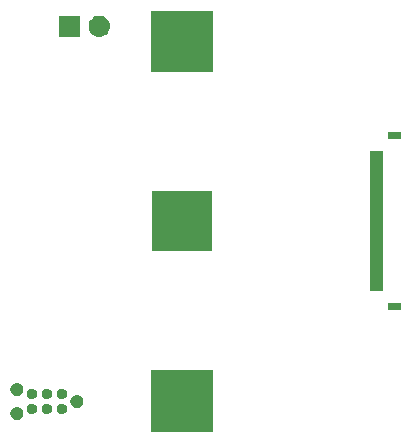
<source format=gbr>
G04 #@! TF.GenerationSoftware,KiCad,Pcbnew,(5.1.4)*
G04 #@! TF.CreationDate,2019-12-13T22:41:35+01:00*
G04 #@! TF.ProjectId,hardware,68617264-7761-4726-952e-6b696361645f,rev?*
G04 #@! TF.SameCoordinates,Original*
G04 #@! TF.FileFunction,Soldermask,Bot*
G04 #@! TF.FilePolarity,Negative*
%FSLAX46Y46*%
G04 Gerber Fmt 4.6, Leading zero omitted, Abs format (unit mm)*
G04 Created by KiCad (PCBNEW (5.1.4)) date 2019-12-13 22:41:35*
%MOMM*%
%LPD*%
G04 APERTURE LIST*
%ADD10C,0.100000*%
G04 APERTURE END LIST*
D10*
G36*
X43241000Y-153716000D02*
G01*
X38039000Y-153716000D01*
X38039000Y-148514000D01*
X43241000Y-148514000D01*
X43241000Y-153716000D01*
X43241000Y-153716000D01*
G37*
G36*
X26776578Y-151610197D02*
G01*
X26829350Y-151620694D01*
X26928770Y-151661875D01*
X27018246Y-151721661D01*
X27094339Y-151797754D01*
X27154125Y-151887230D01*
X27195306Y-151986650D01*
X27216300Y-152092194D01*
X27216300Y-152199806D01*
X27195306Y-152305350D01*
X27154125Y-152404770D01*
X27094339Y-152494246D01*
X27018246Y-152570339D01*
X26928770Y-152630125D01*
X26829350Y-152671306D01*
X26776578Y-152681803D01*
X26723807Y-152692300D01*
X26616193Y-152692300D01*
X26563422Y-152681803D01*
X26510650Y-152671306D01*
X26411230Y-152630125D01*
X26321754Y-152570339D01*
X26245661Y-152494246D01*
X26185875Y-152404770D01*
X26144694Y-152305350D01*
X26123700Y-152199806D01*
X26123700Y-152092194D01*
X26144694Y-151986650D01*
X26185875Y-151887230D01*
X26245661Y-151797754D01*
X26321754Y-151721661D01*
X26411230Y-151661875D01*
X26510650Y-151620694D01*
X26563422Y-151610197D01*
X26616193Y-151599700D01*
X26723807Y-151599700D01*
X26776578Y-151610197D01*
X26776578Y-151610197D01*
G37*
G36*
X28069714Y-151337389D02*
G01*
X28150645Y-151370912D01*
X28223480Y-151419579D01*
X28285421Y-151481520D01*
X28334088Y-151554355D01*
X28367611Y-151635286D01*
X28384700Y-151721201D01*
X28384700Y-151808799D01*
X28367611Y-151894714D01*
X28334088Y-151975645D01*
X28285421Y-152048480D01*
X28223480Y-152110421D01*
X28150645Y-152159088D01*
X28150644Y-152159089D01*
X28150643Y-152159089D01*
X28069714Y-152192611D01*
X27983801Y-152209700D01*
X27896199Y-152209700D01*
X27810286Y-152192611D01*
X27729357Y-152159089D01*
X27729356Y-152159089D01*
X27729355Y-152159088D01*
X27656520Y-152110421D01*
X27594579Y-152048480D01*
X27545912Y-151975645D01*
X27512389Y-151894714D01*
X27495300Y-151808799D01*
X27495300Y-151721201D01*
X27512389Y-151635286D01*
X27545912Y-151554355D01*
X27594579Y-151481520D01*
X27656520Y-151419579D01*
X27729355Y-151370912D01*
X27810286Y-151337389D01*
X27896199Y-151320300D01*
X27983801Y-151320300D01*
X28069714Y-151337389D01*
X28069714Y-151337389D01*
G37*
G36*
X29339714Y-151337389D02*
G01*
X29420645Y-151370912D01*
X29493480Y-151419579D01*
X29555421Y-151481520D01*
X29604088Y-151554355D01*
X29637611Y-151635286D01*
X29654700Y-151721201D01*
X29654700Y-151808799D01*
X29637611Y-151894714D01*
X29604088Y-151975645D01*
X29555421Y-152048480D01*
X29493480Y-152110421D01*
X29420645Y-152159088D01*
X29420644Y-152159089D01*
X29420643Y-152159089D01*
X29339714Y-152192611D01*
X29253801Y-152209700D01*
X29166199Y-152209700D01*
X29080286Y-152192611D01*
X28999357Y-152159089D01*
X28999356Y-152159089D01*
X28999355Y-152159088D01*
X28926520Y-152110421D01*
X28864579Y-152048480D01*
X28815912Y-151975645D01*
X28782389Y-151894714D01*
X28765300Y-151808799D01*
X28765300Y-151721201D01*
X28782389Y-151635286D01*
X28815912Y-151554355D01*
X28864579Y-151481520D01*
X28926520Y-151419579D01*
X28999355Y-151370912D01*
X29080286Y-151337389D01*
X29166199Y-151320300D01*
X29253801Y-151320300D01*
X29339714Y-151337389D01*
X29339714Y-151337389D01*
G37*
G36*
X30609714Y-151337389D02*
G01*
X30690645Y-151370912D01*
X30763480Y-151419579D01*
X30825421Y-151481520D01*
X30874088Y-151554355D01*
X30907611Y-151635286D01*
X30924700Y-151721201D01*
X30924700Y-151808799D01*
X30907611Y-151894714D01*
X30874088Y-151975645D01*
X30825421Y-152048480D01*
X30763480Y-152110421D01*
X30690645Y-152159088D01*
X30690644Y-152159089D01*
X30690643Y-152159089D01*
X30609714Y-152192611D01*
X30523801Y-152209700D01*
X30436199Y-152209700D01*
X30350286Y-152192611D01*
X30269357Y-152159089D01*
X30269356Y-152159089D01*
X30269355Y-152159088D01*
X30196520Y-152110421D01*
X30134579Y-152048480D01*
X30085912Y-151975645D01*
X30052389Y-151894714D01*
X30035300Y-151808799D01*
X30035300Y-151721201D01*
X30052389Y-151635286D01*
X30085912Y-151554355D01*
X30134579Y-151481520D01*
X30196520Y-151419579D01*
X30269355Y-151370912D01*
X30350286Y-151337389D01*
X30436199Y-151320300D01*
X30523801Y-151320300D01*
X30609714Y-151337389D01*
X30609714Y-151337389D01*
G37*
G36*
X31856578Y-150594197D02*
G01*
X31909350Y-150604694D01*
X32008770Y-150645875D01*
X32098246Y-150705661D01*
X32174339Y-150781754D01*
X32234125Y-150871230D01*
X32275306Y-150970650D01*
X32296300Y-151076194D01*
X32296300Y-151183806D01*
X32275306Y-151289350D01*
X32234125Y-151388770D01*
X32174339Y-151478246D01*
X32098246Y-151554339D01*
X32008770Y-151614125D01*
X31909350Y-151655306D01*
X31876325Y-151661875D01*
X31803807Y-151676300D01*
X31696193Y-151676300D01*
X31623675Y-151661875D01*
X31590650Y-151655306D01*
X31491230Y-151614125D01*
X31401754Y-151554339D01*
X31325661Y-151478246D01*
X31265875Y-151388770D01*
X31224694Y-151289350D01*
X31203700Y-151183806D01*
X31203700Y-151076194D01*
X31224694Y-150970650D01*
X31265875Y-150871230D01*
X31325661Y-150781754D01*
X31401754Y-150705661D01*
X31491230Y-150645875D01*
X31590650Y-150604694D01*
X31643422Y-150594197D01*
X31696193Y-150583700D01*
X31803807Y-150583700D01*
X31856578Y-150594197D01*
X31856578Y-150594197D01*
G37*
G36*
X29339714Y-150067389D02*
G01*
X29420645Y-150100912D01*
X29493480Y-150149579D01*
X29555421Y-150211520D01*
X29604088Y-150284355D01*
X29637611Y-150365286D01*
X29654700Y-150451201D01*
X29654700Y-150538799D01*
X29637611Y-150624714D01*
X29604088Y-150705645D01*
X29555421Y-150778480D01*
X29493480Y-150840421D01*
X29420645Y-150889088D01*
X29420644Y-150889089D01*
X29420643Y-150889089D01*
X29339714Y-150922611D01*
X29253801Y-150939700D01*
X29166199Y-150939700D01*
X29080286Y-150922611D01*
X28999357Y-150889089D01*
X28999356Y-150889089D01*
X28999355Y-150889088D01*
X28926520Y-150840421D01*
X28864579Y-150778480D01*
X28815912Y-150705645D01*
X28782389Y-150624714D01*
X28765300Y-150538799D01*
X28765300Y-150451201D01*
X28782389Y-150365286D01*
X28815912Y-150284355D01*
X28864579Y-150211520D01*
X28926520Y-150149579D01*
X28999355Y-150100912D01*
X29080286Y-150067389D01*
X29166199Y-150050300D01*
X29253801Y-150050300D01*
X29339714Y-150067389D01*
X29339714Y-150067389D01*
G37*
G36*
X28069714Y-150067389D02*
G01*
X28150645Y-150100912D01*
X28223480Y-150149579D01*
X28285421Y-150211520D01*
X28334088Y-150284355D01*
X28367611Y-150365286D01*
X28384700Y-150451201D01*
X28384700Y-150538799D01*
X28367611Y-150624714D01*
X28334088Y-150705645D01*
X28285421Y-150778480D01*
X28223480Y-150840421D01*
X28150645Y-150889088D01*
X28150644Y-150889089D01*
X28150643Y-150889089D01*
X28069714Y-150922611D01*
X27983801Y-150939700D01*
X27896199Y-150939700D01*
X27810286Y-150922611D01*
X27729357Y-150889089D01*
X27729356Y-150889089D01*
X27729355Y-150889088D01*
X27656520Y-150840421D01*
X27594579Y-150778480D01*
X27545912Y-150705645D01*
X27512389Y-150624714D01*
X27495300Y-150538799D01*
X27495300Y-150451201D01*
X27512389Y-150365286D01*
X27545912Y-150284355D01*
X27594579Y-150211520D01*
X27656520Y-150149579D01*
X27729355Y-150100912D01*
X27810286Y-150067389D01*
X27896199Y-150050300D01*
X27983801Y-150050300D01*
X28069714Y-150067389D01*
X28069714Y-150067389D01*
G37*
G36*
X30609714Y-150067389D02*
G01*
X30690645Y-150100912D01*
X30763480Y-150149579D01*
X30825421Y-150211520D01*
X30874088Y-150284355D01*
X30907611Y-150365286D01*
X30924700Y-150451201D01*
X30924700Y-150538799D01*
X30907611Y-150624714D01*
X30874088Y-150705645D01*
X30825421Y-150778480D01*
X30763480Y-150840421D01*
X30690645Y-150889088D01*
X30690644Y-150889089D01*
X30690643Y-150889089D01*
X30609714Y-150922611D01*
X30523801Y-150939700D01*
X30436199Y-150939700D01*
X30350286Y-150922611D01*
X30269357Y-150889089D01*
X30269356Y-150889089D01*
X30269355Y-150889088D01*
X30196520Y-150840421D01*
X30134579Y-150778480D01*
X30085912Y-150705645D01*
X30052389Y-150624714D01*
X30035300Y-150538799D01*
X30035300Y-150451201D01*
X30052389Y-150365286D01*
X30085912Y-150284355D01*
X30134579Y-150211520D01*
X30196520Y-150149579D01*
X30269355Y-150100912D01*
X30350286Y-150067389D01*
X30436199Y-150050300D01*
X30523801Y-150050300D01*
X30609714Y-150067389D01*
X30609714Y-150067389D01*
G37*
G36*
X26776578Y-149578197D02*
G01*
X26829350Y-149588694D01*
X26928770Y-149629875D01*
X27018246Y-149689661D01*
X27094339Y-149765754D01*
X27154125Y-149855230D01*
X27195306Y-149954650D01*
X27216300Y-150060194D01*
X27216300Y-150167806D01*
X27195306Y-150273350D01*
X27154125Y-150372770D01*
X27094339Y-150462246D01*
X27018246Y-150538339D01*
X26928770Y-150598125D01*
X26829350Y-150639306D01*
X26796325Y-150645875D01*
X26723807Y-150660300D01*
X26616193Y-150660300D01*
X26543675Y-150645875D01*
X26510650Y-150639306D01*
X26411230Y-150598125D01*
X26321754Y-150538339D01*
X26245661Y-150462246D01*
X26185875Y-150372770D01*
X26144694Y-150273350D01*
X26123700Y-150167806D01*
X26123700Y-150060194D01*
X26144694Y-149954650D01*
X26185875Y-149855230D01*
X26245661Y-149765754D01*
X26321754Y-149689661D01*
X26411230Y-149629875D01*
X26510650Y-149588694D01*
X26563422Y-149578197D01*
X26616193Y-149567700D01*
X26723807Y-149567700D01*
X26776578Y-149578197D01*
X26776578Y-149578197D01*
G37*
G36*
X59201000Y-143441000D02*
G01*
X58099000Y-143441000D01*
X58099000Y-142839000D01*
X59201000Y-142839000D01*
X59201000Y-143441000D01*
X59201000Y-143441000D01*
G37*
G36*
X57701000Y-141831000D02*
G01*
X56599000Y-141831000D01*
X56599000Y-129949000D01*
X57701000Y-129949000D01*
X57701000Y-141831000D01*
X57701000Y-141831000D01*
G37*
G36*
X43191000Y-138441000D02*
G01*
X38089000Y-138441000D01*
X38089000Y-133339000D01*
X43191000Y-133339000D01*
X43191000Y-138441000D01*
X43191000Y-138441000D01*
G37*
G36*
X59201000Y-128941000D02*
G01*
X58099000Y-128941000D01*
X58099000Y-128339000D01*
X59201000Y-128339000D01*
X59201000Y-128941000D01*
X59201000Y-128941000D01*
G37*
G36*
X43241000Y-123266000D02*
G01*
X38039000Y-123266000D01*
X38039000Y-118064000D01*
X43241000Y-118064000D01*
X43241000Y-123266000D01*
X43241000Y-123266000D01*
G37*
G36*
X32016000Y-120281000D02*
G01*
X30214000Y-120281000D01*
X30214000Y-118479000D01*
X32016000Y-118479000D01*
X32016000Y-120281000D01*
X32016000Y-120281000D01*
G37*
G36*
X33765442Y-118485518D02*
G01*
X33831627Y-118492037D01*
X34001466Y-118543557D01*
X34157991Y-118627222D01*
X34193729Y-118656552D01*
X34295186Y-118739814D01*
X34378448Y-118841271D01*
X34407778Y-118877009D01*
X34491443Y-119033534D01*
X34542963Y-119203373D01*
X34560359Y-119380000D01*
X34542963Y-119556627D01*
X34491443Y-119726466D01*
X34407778Y-119882991D01*
X34378448Y-119918729D01*
X34295186Y-120020186D01*
X34193729Y-120103448D01*
X34157991Y-120132778D01*
X34001466Y-120216443D01*
X33831627Y-120267963D01*
X33765442Y-120274482D01*
X33699260Y-120281000D01*
X33610740Y-120281000D01*
X33544558Y-120274482D01*
X33478373Y-120267963D01*
X33308534Y-120216443D01*
X33152009Y-120132778D01*
X33116271Y-120103448D01*
X33014814Y-120020186D01*
X32931552Y-119918729D01*
X32902222Y-119882991D01*
X32818557Y-119726466D01*
X32767037Y-119556627D01*
X32749641Y-119380000D01*
X32767037Y-119203373D01*
X32818557Y-119033534D01*
X32902222Y-118877009D01*
X32931552Y-118841271D01*
X33014814Y-118739814D01*
X33116271Y-118656552D01*
X33152009Y-118627222D01*
X33308534Y-118543557D01*
X33478373Y-118492037D01*
X33544558Y-118485518D01*
X33610740Y-118479000D01*
X33699260Y-118479000D01*
X33765442Y-118485518D01*
X33765442Y-118485518D01*
G37*
M02*

</source>
